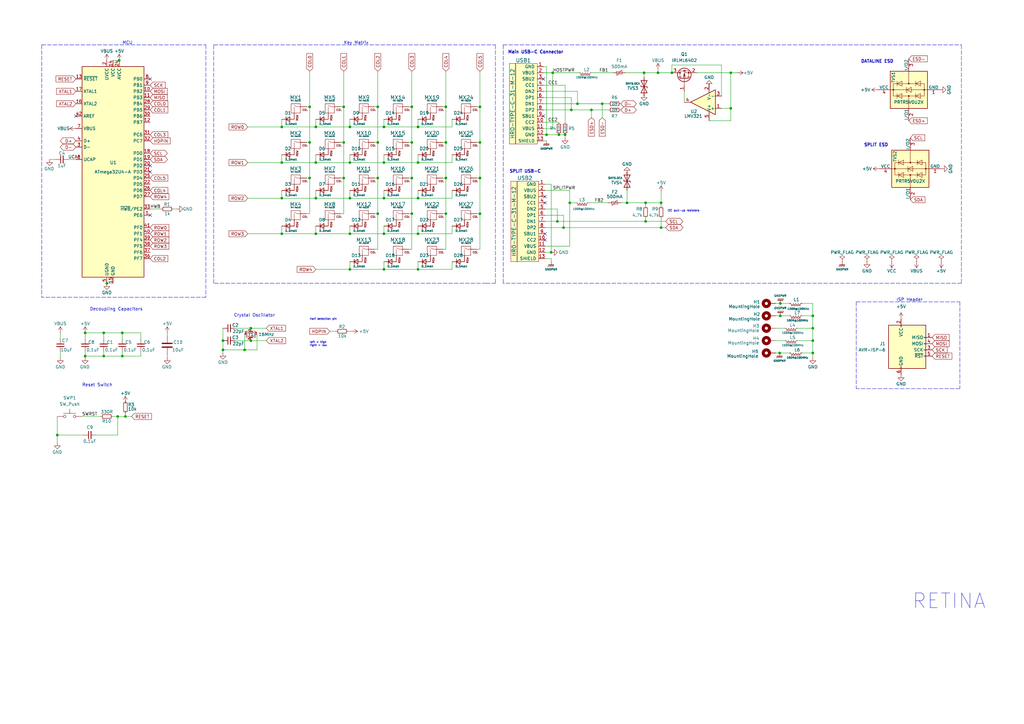
<source format=kicad_sch>
(kicad_sch (version 20211123) (generator eeschema)
  (paper "A3")
  (title_block (title "retina") (rev "0.5"))
  (junction (at 154.94 58.42))
  (junction (at 182.88 73.025))
  (junction (at 333.375 144.78))
  (junction (at 115.57 66.675))
  (junction (at 229.235 55.245))
  (junction (at 91.44 143.51))
  (junction (at 154.94 43.815))
  (junction (at 182.88 87.63))
  (junction (at 333.375 129.54))
  (junction (at 257.175 83.185))
  (junction (at 171.45 81.28))
  (junction (at 182.88 58.42))
  (junction (at 100.33 143.51))
  (junction (at 171.45 52.07))
  (junction (at 42.545 146.05))
  (junction (at 91.44 139.7))
  (junction (at 226.695 29.845))
  (junction (at 115.57 81.28))
  (junction (at 127 43.815))
  (junction (at 50.165 136.525))
  (junction (at 231.775 55.245))
  (junction (at 196.85 43.815))
  (junction (at 264.16 29.845))
  (junction (at 271.145 93.345))
  (junction (at 196.85 73.025))
  (junction (at 271.145 83.185))
  (junction (at 129.54 66.675))
  (junction (at 157.48 95.885))
  (junction (at 154.94 73.025))
  (junction (at 127 73.025))
  (junction (at 236.855 42.545))
  (junction (at 319.7651 144.78))
  (junction (at 140.97 73.025))
  (junction (at 143.51 66.675))
  (junction (at 51.435 170.815))
  (junction (at 34.925 146.05))
  (junction (at 320.04 124.46))
  (junction (at 228.6 90.805))
  (junction (at 129.54 52.07))
  (junction (at 224.155 55.245))
  (junction (at 231.14 93.345))
  (junction (at 275.59 29.845))
  (junction (at 171.45 66.675))
  (junction (at 299.72 29.845))
  (junction (at 154.94 87.63))
  (junction (at 115.57 52.07))
  (junction (at 196.85 58.42))
  (junction (at 43.815 116.205))
  (junction (at 233.68 83.185))
  (junction (at 140.97 43.815))
  (junction (at 34.925 136.525))
  (junction (at 168.91 43.815))
  (junction (at 242.57 45.085))
  (junction (at 23.495 178.435))
  (junction (at 171.45 110.49))
  (junction (at 247.015 42.545))
  (junction (at 102.87 134.62))
  (junction (at 129.54 81.28))
  (junction (at 143.51 110.49))
  (junction (at 50.165 146.05))
  (junction (at 264.795 90.805))
  (junction (at 333.375 139.7))
  (junction (at 157.48 52.07))
  (junction (at 127 58.42))
  (junction (at 182.88 43.815))
  (junction (at 168.91 87.63))
  (junction (at 320.04 129.54))
  (junction (at 48.26 170.815))
  (junction (at 143.51 52.07))
  (junction (at 171.45 95.885))
  (junction (at 269.875 29.845))
  (junction (at 115.57 95.885))
  (junction (at 333.375 134.62))
  (junction (at 48.895 24.765))
  (junction (at 264.795 83.185))
  (junction (at 140.97 58.42))
  (junction (at 157.48 81.28))
  (junction (at 143.51 95.885))
  (junction (at 299.72 44.45))
  (junction (at 168.91 58.42))
  (junction (at 129.54 95.885))
  (junction (at 157.48 66.675))
  (junction (at 42.545 136.525))
  (junction (at 157.48 110.49))
  (junction (at 196.85 87.63))
  (junction (at 226.06 103.505))
  (junction (at 168.91 73.025))
  (junction (at 143.51 81.28))
  (junction (at 234.315 45.085))
  (junction (at 102.87 139.7))
  (no_connect (at 222.885 47.625))
  (no_connect (at 61.595 32.385))
  (no_connect (at 61.595 67.945))
  (no_connect (at 61.595 70.485))
  (no_connect (at 61.595 88.265))
  (no_connect (at 222.885 32.385))
  (no_connect (at 31.115 47.625))
  (no_connect (at 223.52 95.885))
  (no_connect (at 223.52 83.185))
  (no_connect (at 223.52 80.645))
  (no_connect (at 223.52 98.425))
  (wire (pts (xy 24.765 136.525) (xy 24.765 139.065)))
  (wire (pts (xy 223.52 75.565) (xy 226.06 75.565)))
  (wire (pts (xy 264.16 31.75) (xy 264.16 29.845)))
  (wire (pts (xy 115.57 81.28) (xy 129.54 81.28)))
  (wire (pts (xy 71.12 85.725) (xy 72.39 85.725)))
  (wire (pts (xy 257.175 71.12) (xy 257.175 70.485)))
  (wire (pts (xy 139.7 73.025) (xy 140.97 73.025)))
  (wire (pts (xy 171.45 66.675) (xy 185.42 66.675)))
  (wire (pts (xy 223.52 93.345) (xy 231.14 93.345)))
  (wire (pts (xy 280.67 37.465) (xy 280.67 41.91)))
  (wire (pts (xy 102.87 139.7) (xy 109.22 139.7)))
  (wire (pts (xy 318.135 144.78) (xy 319.7651 144.78)))
  (wire (pts (xy 333.375 129.54) (xy 333.375 134.62)))
  (wire (pts (xy 299.72 29.845) (xy 285.75 29.845)))
  (wire (pts (xy 320.04 129.54) (xy 323.85 129.54)))
  (wire (pts (xy 171.45 48.895) (xy 171.45 52.07)))
  (wire (pts (xy 226.695 29.845) (xy 226.695 52.705)))
  (wire (pts (xy 185.42 92.71) (xy 185.42 95.885)))
  (wire (pts (xy 236.855 42.545) (xy 247.015 42.545)))
  (wire (pts (xy 168.91 29.21) (xy 168.91 43.815)))
  (wire (pts (xy 125.73 58.42) (xy 127 58.42)))
  (wire (pts (xy 182.88 73.025) (xy 182.88 87.63)))
  (wire (pts (xy 127 43.815) (xy 127 58.42)))
  (wire (pts (xy 167.64 102.235) (xy 168.91 102.235)))
  (wire (pts (xy 129.54 92.71) (xy 129.54 95.885)))
  (wire (pts (xy 242.57 45.085) (xy 242.57 48.26)))
  (wire (pts (xy 236.855 42.545) (xy 222.885 42.545)))
  (wire (pts (xy 223.52 85.725) (xy 228.6 85.725)))
  (wire (pts (xy 328.93 129.54) (xy 333.375 129.54)))
  (wire (pts (xy 48.26 170.815) (xy 48.26 178.435)))
  (wire (pts (xy 100.33 143.51) (xy 105.41 143.51)))
  (wire (pts (xy 236.855 37.465) (xy 236.855 42.545)))
  (wire (pts (xy 171.45 52.07) (xy 185.42 52.07)))
  (wire (pts (xy 228.6 90.805) (xy 264.795 90.805)))
  (wire (pts (xy 50.165 146.05) (xy 50.165 144.145)))
  (wire (pts (xy 154.94 29.21) (xy 154.94 43.815)))
  (wire (pts (xy 195.58 43.815) (xy 196.85 43.815)))
  (wire (pts (xy 196.85 29.21) (xy 196.85 43.815)))
  (wire (pts (xy 34.925 146.685) (xy 34.925 146.05)))
  (wire (pts (xy 295.91 39.37) (xy 295.91 26.67)))
  (wire (pts (xy 140.97 29.21) (xy 140.97 43.815)))
  (wire (pts (xy 185.42 48.895) (xy 185.42 52.07)))
  (polyline (pts (xy 84.455 121.92) (xy 17.145 121.92)))
  (wire (pts (xy 299.72 29.845) (xy 302.26 29.845)))
  (wire (pts (xy 185.42 107.315) (xy 185.42 110.49)))
  (wire (pts (xy 171.45 78.105) (xy 171.45 81.28)))
  (wire (pts (xy 51.435 164.465) (xy 51.435 165.1)))
  (wire (pts (xy 168.91 73.025) (xy 168.91 87.63)))
  (polyline (pts (xy 203.2 18.415) (xy 203.2 116.205)))
  (wire (pts (xy 327.025 134.62) (xy 333.375 134.62)))
  (wire (pts (xy 168.91 87.63) (xy 168.91 102.235)))
  (wire (pts (xy 153.67 87.63) (xy 154.94 87.63)))
  (wire (pts (xy 181.61 73.025) (xy 182.88 73.025)))
  (wire (pts (xy 153.67 58.42) (xy 154.94 58.42)))
  (wire (pts (xy 129.54 78.105) (xy 129.54 81.28)))
  (wire (pts (xy 234.315 45.085) (xy 242.57 45.085)))
  (polyline (pts (xy 199.39 116.205) (xy 87.63 116.205)))
  (wire (pts (xy 333.375 124.46) (xy 333.375 129.54)))
  (wire (pts (xy 48.26 170.815) (xy 51.435 170.815)))
  (wire (pts (xy 327.025 139.7) (xy 333.375 139.7)))
  (wire (pts (xy 264.795 83.185) (xy 271.145 83.185)))
  (wire (pts (xy 42.545 146.05) (xy 42.545 144.145)))
  (wire (pts (xy 42.545 136.525) (xy 42.545 139.065)))
  (wire (pts (xy 171.45 63.5) (xy 171.45 66.675)))
  (wire (pts (xy 264.795 90.805) (xy 273.05 90.805)))
  (wire (pts (xy 295.91 26.67) (xy 275.59 26.67)))
  (wire (pts (xy 264.795 84.455) (xy 264.795 83.185)))
  (wire (pts (xy 61.595 85.725) (xy 66.04 85.725)))
  (wire (pts (xy 143.51 48.895) (xy 143.51 52.07)))
  (wire (pts (xy 222.885 37.465) (xy 236.855 37.465)))
  (wire (pts (xy 195.58 58.42) (xy 196.85 58.42)))
  (wire (pts (xy 171.45 92.71) (xy 171.45 95.885)))
  (wire (pts (xy 157.48 81.28) (xy 171.45 81.28)))
  (polyline (pts (xy 17.145 18.415) (xy 17.145 121.92)))
  (wire (pts (xy 102.87 134.62) (xy 109.22 134.62)))
  (wire (pts (xy 140.97 43.815) (xy 140.97 58.42)))
  (wire (pts (xy 129.54 52.07) (xy 143.51 52.07)))
  (wire (pts (xy 154.94 58.42) (xy 154.94 73.025)))
  (wire (pts (xy 226.06 75.565) (xy 226.06 103.505)))
  (wire (pts (xy 264.16 29.845) (xy 269.875 29.845)))
  (wire (pts (xy 68.58 136.525) (xy 68.58 137.795)))
  (wire (pts (xy 257.175 78.105) (xy 257.175 83.185)))
  (wire (pts (xy 229.235 55.245) (xy 231.775 55.245)))
  (wire (pts (xy 115.57 78.105) (xy 115.57 81.28)))
  (polyline (pts (xy 394.335 18.415) (xy 394.335 116.205)))
  (wire (pts (xy 143.51 52.07) (xy 157.48 52.07)))
  (polyline (pts (xy 199.39 116.205) (xy 203.2 116.205)))
  (wire (pts (xy 154.94 87.63) (xy 154.94 102.235)))
  (polyline (pts (xy 206.375 18.415) (xy 206.375 116.205)))
  (wire (pts (xy 319.7651 144.78) (xy 323.85 144.78)))
  (wire (pts (xy 34.925 146.05) (xy 34.925 144.145)))
  (wire (pts (xy 247.015 42.545) (xy 249.555 42.545)))
  (wire (pts (xy 223.52 90.805) (xy 228.6 90.805)))
  (wire (pts (xy 105.41 137.16) (xy 105.41 143.51)))
  (wire (pts (xy 223.52 78.105) (xy 233.68 78.105)))
  (wire (pts (xy 181.61 58.42) (xy 182.88 58.42)))
  (wire (pts (xy 143.51 95.885) (xy 157.48 95.885)))
  (wire (pts (xy 295.91 44.45) (xy 299.72 44.45)))
  (wire (pts (xy 195.58 73.025) (xy 196.85 73.025)))
  (wire (pts (xy 115.57 95.885) (xy 129.54 95.885)))
  (wire (pts (xy 34.925 136.525) (xy 34.925 139.065)))
  (wire (pts (xy 168.91 43.815) (xy 168.91 58.42)))
  (wire (pts (xy 223.52 100.965) (xy 233.68 100.965)))
  (wire (pts (xy 127 58.42) (xy 127 73.025)))
  (wire (pts (xy 157.48 52.07) (xy 171.45 52.07)))
  (wire (pts (xy 185.42 63.5) (xy 185.42 66.675)))
  (wire (pts (xy 157.48 107.315) (xy 157.48 110.49)))
  (wire (pts (xy 115.57 92.71) (xy 115.57 95.885)))
  (polyline (pts (xy 393.7 123.825) (xy 393.7 159.385)))
  (wire (pts (xy 42.545 146.05) (xy 50.165 146.05)))
  (wire (pts (xy 224.155 27.305) (xy 224.155 55.245)))
  (wire (pts (xy 167.64 87.63) (xy 168.91 87.63)))
  (wire (pts (xy 233.68 83.185) (xy 236.22 83.185)))
  (wire (pts (xy 143.51 63.5) (xy 143.51 66.675)))
  (wire (pts (xy 101.6 52.07) (xy 115.57 52.07)))
  (wire (pts (xy 46.355 170.815) (xy 48.26 170.815)))
  (polyline (pts (xy 206.375 18.415) (xy 394.335 18.415)))
  (wire (pts (xy 223.52 106.045) (xy 226.06 106.045)))
  (wire (pts (xy 167.64 43.815) (xy 168.91 43.815)))
  (wire (pts (xy 24.765 146.685) (xy 24.765 144.145)))
  (wire (pts (xy 223.52 88.265) (xy 231.14 88.265)))
  (wire (pts (xy 143.51 107.315) (xy 143.51 110.49)))
  (wire (pts (xy 247.015 42.545) (xy 247.015 48.26)))
  (wire (pts (xy 275.59 26.67) (xy 275.59 29.845)))
  (wire (pts (xy 50.165 136.525) (xy 57.785 136.525)))
  (wire (pts (xy 256.54 29.845) (xy 264.16 29.845)))
  (wire (pts (xy 139.7 87.63) (xy 140.97 87.63)))
  (wire (pts (xy 68.58 146.685) (xy 68.58 145.415)))
  (wire (pts (xy 129.54 110.49) (xy 143.51 110.49)))
  (polyline (pts (xy 84.455 18.415) (xy 84.455 121.92)))
  (wire (pts (xy 224.155 55.245) (xy 222.885 55.245)))
  (wire (pts (xy 115.57 66.675) (xy 129.54 66.675)))
  (wire (pts (xy 167.64 73.025) (xy 168.91 73.025)))
  (wire (pts (xy 222.885 57.785) (xy 224.155 57.785)))
  (wire (pts (xy 171.45 107.315) (xy 171.45 110.49)))
  (wire (pts (xy 129.54 81.28) (xy 143.51 81.28)))
  (wire (pts (xy 154.94 73.025) (xy 154.94 87.63)))
  (wire (pts (xy 271.145 83.185) (xy 271.145 84.455)))
  (wire (pts (xy 271.145 93.345) (xy 273.05 93.345)))
  (wire (pts (xy 222.885 45.085) (xy 234.315 45.085)))
  (wire (pts (xy 226.06 106.045) (xy 226.06 107.315)))
  (wire (pts (xy 181.61 43.815) (xy 182.88 43.815)))
  (wire (pts (xy 91.44 134.62) (xy 91.44 139.7)))
  (wire (pts (xy 223.52 103.505) (xy 226.06 103.505)))
  (wire (pts (xy 328.93 144.78) (xy 333.375 144.78)))
  (wire (pts (xy 96.52 134.62) (xy 102.87 134.62)))
  (wire (pts (xy 115.57 63.5) (xy 115.57 66.675)))
  (wire (pts (xy 318.135 134.62) (xy 321.945 134.62)))
  (wire (pts (xy 153.67 102.235) (xy 154.94 102.235)))
  (wire (pts (xy 241.3 83.185) (xy 249.555 83.185)))
  (wire (pts (xy 228.6 85.725) (xy 228.6 90.805)))
  (wire (pts (xy 127 73.025) (xy 127 87.63)))
  (wire (pts (xy 222.885 50.165) (xy 229.235 50.165)))
  (wire (pts (xy 34.925 146.05) (xy 42.545 146.05)))
  (wire (pts (xy 318.135 129.54) (xy 320.04 129.54)))
  (polyline (pts (xy 87.63 116.205) (xy 87.63 18.415)))
  (wire (pts (xy 23.495 178.435) (xy 34.29 178.435)))
  (wire (pts (xy 125.73 43.815) (xy 127 43.815)))
  (wire (pts (xy 143.51 78.105) (xy 143.51 81.28)))
  (wire (pts (xy 182.88 87.63) (xy 182.88 102.235)))
  (wire (pts (xy 231.14 93.345) (xy 271.145 93.345)))
  (wire (pts (xy 171.45 81.28) (xy 185.42 81.28)))
  (wire (pts (xy 226.695 29.845) (xy 237.49 29.845)))
  (wire (pts (xy 171.45 110.49) (xy 185.42 110.49)))
  (wire (pts (xy 57.785 136.525) (xy 57.785 139.065)))
  (wire (pts (xy 333.375 139.7) (xy 333.375 144.78)))
  (wire (pts (xy 185.42 78.105) (xy 185.42 81.28)))
  (wire (pts (xy 129.54 66.675) (xy 143.51 66.675)))
  (wire (pts (xy 171.45 95.885) (xy 185.42 95.885)))
  (wire (pts (xy 91.44 143.51) (xy 100.33 143.51)))
  (wire (pts (xy 142.875 135.89) (xy 144.145 135.89)))
  (wire (pts (xy 226.695 52.705) (xy 222.885 52.705)))
  (wire (pts (xy 290.83 49.53) (xy 299.72 49.53)))
  (wire (pts (xy 23.495 170.815) (xy 23.495 178.435)))
  (wire (pts (xy 153.67 43.815) (xy 154.94 43.815)))
  (wire (pts (xy 182.88 58.42) (xy 182.88 73.025)))
  (wire (pts (xy 157.48 48.895) (xy 157.48 52.07)))
  (wire (pts (xy 242.57 45.085) (xy 249.555 45.085)))
  (wire (pts (xy 195.58 102.235) (xy 196.85 102.235)))
  (wire (pts (xy 196.85 58.42) (xy 196.85 73.025)))
  (wire (pts (xy 153.67 73.025) (xy 154.94 73.025)))
  (wire (pts (xy 196.85 87.63) (xy 196.85 102.235)))
  (wire (pts (xy 50.165 146.05) (xy 57.785 146.05)))
  (wire (pts (xy 257.175 83.185) (xy 264.795 83.185)))
  (wire (pts (xy 269.875 29.845) (xy 275.59 29.845)))
  (wire (pts (xy 96.52 139.7) (xy 102.87 139.7)))
  (wire (pts (xy 157.48 110.49) (xy 171.45 110.49)))
  (wire (pts (xy 57.785 146.05) (xy 57.785 144.145)))
  (wire (pts (xy 23.495 178.435) (xy 23.495 181.61)))
  (wire (pts (xy 125.73 73.025) (xy 127 73.025)))
  (wire (pts (xy 181.61 87.63) (xy 182.88 87.63)))
  (wire (pts (xy 115.57 48.895) (xy 115.57 52.07)))
  (wire (pts (xy 51.435 170.815) (xy 53.975 170.815)))
  (polyline (pts (xy 87.63 18.415) (xy 203.2 18.415)))
  (wire (pts (xy 39.37 178.435) (xy 48.26 178.435)))
  (wire (pts (xy 143.51 92.71) (xy 143.51 95.885)))
  (wire (pts (xy 264.16 38.735) (xy 264.16 39.37)))
  (wire (pts (xy 168.91 58.42) (xy 168.91 73.025)))
  (wire (pts (xy 140.97 58.42) (xy 140.97 73.025)))
  (wire (pts (xy 46.355 24.765) (xy 48.895 24.765)))
  (wire (pts (xy 318.135 139.7) (xy 321.945 139.7)))
  (wire (pts (xy 51.435 169.545) (xy 51.435 170.815)))
  (wire (pts (xy 231.775 34.925) (xy 231.775 50.165)))
  (wire (pts (xy 222.885 34.925) (xy 231.775 34.925)))
  (wire (pts (xy 224.155 55.245) (xy 229.235 55.245)))
  (wire (pts (xy 299.72 44.45) (xy 299.72 29.845)))
  (wire (pts (xy 290.83 35.56) (xy 290.83 34.29)))
  (wire (pts (xy 125.73 87.63) (xy 127 87.63)))
  (wire (pts (xy 50.165 136.525) (xy 50.165 139.065)))
  (wire (pts (xy 182.88 43.815) (xy 182.88 58.42)))
  (wire (pts (xy 101.6 81.28) (xy 115.57 81.28)))
  (wire (pts (xy 233.68 83.185) (xy 233.68 78.105)))
  (wire (pts (xy 182.88 29.21) (xy 182.88 43.815)))
  (wire (pts (xy 233.68 100.965) (xy 233.68 83.185)))
  (wire (pts (xy 271.145 78.74) (xy 271.145 83.185)))
  (wire (pts (xy 91.44 139.7) (xy 91.44 143.51)))
  (wire (pts (xy 154.94 43.815) (xy 154.94 58.42)))
  (wire (pts (xy 140.97 73.025) (xy 140.97 87.63)))
  (wire (pts (xy 196.85 43.815) (xy 196.85 58.42)))
  (wire (pts (xy 129.54 95.885) (xy 143.51 95.885)))
  (wire (pts (xy 328.93 124.46) (xy 333.375 124.46)))
  (wire (pts (xy 195.58 87.63) (xy 196.85 87.63)))
  (wire (pts (xy 129.54 63.5) (xy 129.54 66.675)))
  (wire (pts (xy 157.48 66.675) (xy 171.45 66.675)))
  (wire (pts (xy 27.94 65.405) (xy 31.115 65.405)))
  (wire (pts (xy 167.64 58.42) (xy 168.91 58.42)))
  (wire (pts (xy 91.44 143.51) (xy 91.44 144.78)))
  (wire (pts (xy 196.85 73.025) (xy 196.85 87.63)))
  (wire (pts (xy 231.14 88.265) (xy 231.14 93.345)))
  (wire (pts (xy 226.695 29.845) (xy 222.885 29.845)))
  (wire (pts (xy 264.795 89.535) (xy 264.795 90.805)))
  (wire (pts (xy 318.135 124.46) (xy 320.04 124.46)))
  (polyline (pts (xy 393.7 159.385) (xy 351.155 159.385)))
  (wire (pts (xy 181.61 102.235) (xy 182.88 102.235)))
  (wire (pts (xy 222.885 40.005) (xy 234.315 40.005)))
  (polyline (pts (xy 17.145 18.415) (xy 84.455 18.415)))
  (wire (pts (xy 22.86 65.405) (xy 20.32 65.405)))
  (wire (pts (xy 139.7 58.42) (xy 140.97 58.42)))
  (wire (pts (xy 157.48 92.71) (xy 157.48 95.885)))
  (wire (pts (xy 34.925 136.525) (xy 42.545 136.525)))
  (wire (pts (xy 139.7 43.815) (xy 140.97 43.815)))
  (wire (pts (xy 43.815 116.205) (xy 46.355 116.205)))
  (wire (pts (xy 129.54 48.895) (xy 129.54 52.07)))
  (wire (pts (xy 234.315 40.005) (xy 234.315 45.085)))
  (wire (pts (xy 101.6 95.885) (xy 115.57 95.885)))
  (wire (pts (xy 242.57 29.845) (xy 251.46 29.845)))
  (wire (pts (xy 222.885 27.305) (xy 224.155 27.305)))
  (polyline (pts (xy 351.155 123.825) (xy 393.7 123.825)))
  (wire (pts (xy 143.51 81.28) (xy 157.48 81.28)))
  (wire (pts (xy 157.48 63.5) (xy 157.48 66.675)))
  (wire (pts (xy 271.145 89.535) (xy 271.145 93.345)))
  (wire (pts (xy 143.51 110.49) (xy 157.48 110.49)))
  (wire (pts (xy 254.635 83.185) (xy 257.175 83.185)))
  (wire (pts (xy 299.72 49.53) (xy 299.72 44.45)))
  (wire (pts (xy 143.51 66.675) (xy 157.48 66.675)))
  (wire (pts (xy 269.875 28.575) (xy 269.875 29.845)))
  (wire (pts (xy 101.6 66.675) (xy 115.57 66.675)))
  (wire (pts (xy 127 29.21) (xy 127 43.815)))
  (polyline (pts (xy 351.155 123.825) (xy 351.155 159.385)))
  (wire (pts (xy 157.48 95.885) (xy 171.45 95.885)))
  (wire (pts (xy 231.775 55.245) (xy 231.775 56.515)))
  (wire (pts (xy 41.275 170.815) (xy 33.655 170.815)))
  (wire (pts (xy 333.375 134.62) (xy 333.375 139.7)))
  (wire (pts (xy 320.04 124.46) (xy 323.85 124.46)))
  (wire (pts (xy 157.48 78.105) (xy 157.48 81.28)))
  (wire (pts (xy 115.57 52.07) (xy 129.54 52.07)))
  (wire (pts (xy 135.255 135.89) (xy 137.795 135.89)))
  (polyline (pts (xy 394.335 116.205) (xy 206.375 116.205)))
  (wire (pts (xy 42.545 136.525) (xy 50.165 136.525)))
  (wire (pts (xy 100.33 137.16) (xy 100.33 143.51)))
  (wire (pts (xy 333.375 146.685) (xy 333.375 144.78)))
  (text "Reset Switch" (at 33.655 158.75 0) (effects (font (size 1.27 1.27)) (justify left bottom)))
  (text "MCU" (at 50.165 18.415 0) (effects (font (size 1.27 1.27)) (justify left bottom)))
  (text "SPLIT ESD" (at 354.33 60.325 0) (effects (font (size 1.27 1.27) (thickness 0.254) bold) (justify left bottom)))
  (text "DATALINE ESD" (at 353.06 26.035 0) (effects (font (size 1.27 1.27) (thickness 0.254) bold) (justify left bottom)))
  (text "Crystal Oscillator" (at 95.885 130.175 0) (effects (font (size 1.27 1.27)) (justify left bottom)))
  (text "I2C pull-up resistors" (at 273.685 86.995 0) (effects (font (size 0.8 0.8)) (justify left bottom)))
  (text "left = high\nright = low" (at 127 142.24 0) (effects (font (size 0.8 0.8)) (justify left bottom)))
  (text "Half detection pin" (at 127 131.445 0) (effects (font (size 0.8 0.8)) (justify left bottom)))
  (text "Main USB-C Connector" (at 208.28 22.225 0) (effects (font (size 1.27 1.27) (thickness 0.254) bold) (justify left bottom)))
  (text "SPLIT USB-C" (at 208.915 71.12 0) (effects (font (size 1.27 1.27) (thickness 0.254) bold) (justify left bottom)))
  (text "Decoupling Capacitors" (at 36.83 127.635 0) (effects (font (size 1.27 1.27)) (justify left bottom)))
  (text "ISP Header" (at 367.665 123.825 0) (effects (font (size 1.27 1.27)) (justify left bottom)))
  (text "Key Matrix" (at 140.97 18.415 0) (effects (font (size 1.27 1.27)) (justify left bottom)))
  (text "RETINA" (at 374.015 250.19 0) (effects (font (size 6 6)) (justify left bottom)))
  (label "FB2" (at 243.84 83.185 0))
  (label "CC1" (at 224.79 34.925 0))
  (label "HOSTPWR" (at 226.695 29.845 0))
  (label "FB1" (at 245.745 29.845 0))
  (label "UCAP" (at 27.94 65.405 0))
  (label "SPLITPWR" (at 226.695 78.105 0))
  (label "CC2" (at 224.79 50.165 0))
  (label "HWB" (at 61.595 85.725 0))
  (label "SWRST" (at 33.655 170.815 0))
  (global_label "HDPIN" (shape input) (at 135.255 135.89 180) (property "Intersheet References" "${INTERSHEET_REFS}" (effects hide)))
  (global_label "SCL" (shape bidirectional) (at 61.595 62.865 0) (property "Intersheet References" "${INTERSHEET_REFS}" (effects hide)))
  (global_label "ESD+" (shape input) (at 372.745 49.53 0) (property "Intersheet References" "${INTERSHEET_REFS}" (effects hide)))
  (global_label "SCK" (shape input) (at 382.27 143.51 0) (property "Intersheet References" "${INTERSHEET_REFS}" (effects hide)))
  (global_label "SCK" (shape input) (at 61.595 34.925 0) (property "Intersheet References" "${INTERSHEET_REFS}" (effects hide)))
  (global_label "MISO" (shape input) (at 61.595 40.005 0) (property "Intersheet References" "${INTERSHEET_REFS}" (effects hide)))
  (global_label "XTAL1" (shape input) (at 31.115 37.465 180) (property "Intersheet References" "${INTERSHEET_REFS}" (effects hide)))
  (global_label "ROW1" (shape input) (at 101.6 66.675 180) (property "Intersheet References" "${INTERSHEET_REFS}" (effects hide)))
  (global_label "MOSI" (shape input) (at 382.27 140.97 0) (property "Intersheet References" "${INTERSHEET_REFS}" (effects hide)))
  (global_label "COL4" (shape input) (at 61.595 78.105 0) (property "Intersheet References" "${INTERSHEET_REFS}" (effects hide)))
  (global_label "COL1" (shape input) (at 61.595 45.085 0) (property "Intersheet References" "${INTERSHEET_REFS}" (effects hide)))
  (global_label "HDPIN" (shape input) (at 61.595 57.785 0) (property "Intersheet References" "${INTERSHEET_REFS}" (effects hide)))
  (global_label "ROW3" (shape input) (at 101.6 95.885 180) (property "Intersheet References" "${INTERSHEET_REFS}" (effects hide)))
  (global_label "COL0" (shape input) (at 127 29.21 90) (property "Intersheet References" "${INTERSHEET_REFS}" (effects hide)))
  (global_label "ROW0" (shape input) (at 61.595 93.345 0) (property "Intersheet References" "${INTERSHEET_REFS}" (effects hide)))
  (global_label "XTAL2" (shape input) (at 31.115 42.545 180) (property "Intersheet References" "${INTERSHEET_REFS}" (effects hide)))
  (global_label "ROW4" (shape input) (at 61.595 80.645 0) (property "Intersheet References" "${INTERSHEET_REFS}" (effects hide)))
  (global_label "COL1" (shape input) (at 140.97 29.21 90) (property "Intersheet References" "${INTERSHEET_REFS}" (effects hide)))
  (global_label "ROW2" (shape input) (at 101.6 81.28 180) (property "Intersheet References" "${INTERSHEET_REFS}" (effects hide)))
  (global_label "D+" (shape bidirectional) (at 31.115 57.785 180) (property "Intersheet References" "${INTERSHEET_REFS}" (effects hide)))
  (global_label "SDA" (shape bidirectional) (at 273.05 93.345 0) (property "Intersheet References" "${INTERSHEET_REFS}" (effects hide)))
  (global_label "COL5" (shape input) (at 196.85 29.21 90) (property "Intersheet References" "${INTERSHEET_REFS}" (effects hide)))
  (global_label "SCL" (shape input) (at 373.38 56.515 0) (property "Intersheet References" "${INTERSHEET_REFS}" (effects hide)))
  (global_label "COL0" (shape input) (at 61.595 42.545 0) (property "Intersheet References" "${INTERSHEET_REFS}" (effects hide)))
  (global_label "COL5" (shape input) (at 61.595 73.025 0) (property "Intersheet References" "${INTERSHEET_REFS}" (effects hide)))
  (global_label "COL4" (shape input) (at 182.88 29.21 90) (property "Intersheet References" "${INTERSHEET_REFS}" (effects hide)))
  (global_label "MISO" (shape input) (at 382.27 138.43 0) (property "Intersheet References" "${INTERSHEET_REFS}" (effects hide)))
  (global_label "MOSI" (shape input) (at 61.595 37.465 0) (property "Intersheet References" "${INTERSHEET_REFS}" (effects hide)))
  (global_label "ESD+" (shape input) (at 242.57 48.26 270) (property "Intersheet References" "${INTERSHEET_REFS}" (effects hide)))
  (global_label "RESET" (shape input) (at 382.27 146.05 0) (property "Intersheet References" "${INTERSHEET_REFS}" (effects hide)))
  (global_label "RESET" (shape input) (at 31.115 32.385 180) (property "Intersheet References" "${INTERSHEET_REFS}" (effects hide)))
  (global_label "D-" (shape bidirectional) (at 31.115 60.325 180) (property "Intersheet References" "${INTERSHEET_REFS}" (effects hide)))
  (global_label "D-" (shape bidirectional) (at 254.635 42.545 0) (property "Intersheet References" "${INTERSHEET_REFS}" (effects hide)))
  (global_label "D+" (shape bidirectional) (at 254.635 45.085 0) (property "Intersheet References" "${INTERSHEET_REFS}" (effects hide)))
  (global_label "XTAL1" (shape input) (at 109.22 134.62 0) (property "Intersheet References" "${INTERSHEET_REFS}" (effects hide)))
  (global_label "ESD-" (shape input) (at 247.015 48.26 270) (property "Intersheet References" "${INTERSHEET_REFS}" (effects hide)))
  (global_label "SCL" (shape bidirectional) (at 273.05 90.805 0) (property "Intersheet References" "${INTERSHEET_REFS}" (effects hide)))
  (global_label "ESD-" (shape input) (at 372.745 24.13 0) (property "Intersheet References" "${INTERSHEET_REFS}" (effects hide)))
  (global_label "COL3" (shape input) (at 61.595 55.245 0) (property "Intersheet References" "${INTERSHEET_REFS}" (effects hide)))
  (global_label "XTAL2" (shape input) (at 109.22 139.7 0) (property "Intersheet References" "${INTERSHEET_REFS}" (effects hide)))
  (global_label "COL3" (shape input) (at 168.91 29.21 90) (property "Intersheet References" "${INTERSHEET_REFS}" (effects hide)))
  (global_label "ROW2" (shape input) (at 61.595 98.425 0) (property "Intersheet References" "${INTERSHEET_REFS}" (effects hide)))
  (global_label "ROW0" (shape input) (at 101.6 52.07 180) (property "Intersheet References" "${INTERSHEET_REFS}" (effects hide)))
  (global_label "COL2" (shape input) (at 61.595 106.045 0) (property "Intersheet References" "${INTERSHEET_REFS}" (effects hide)))
  (global_label "SDA" (shape bidirectional) (at 61.595 65.405 0) (property "Intersheet References" "${INTERSHEET_REFS}" (effects hide)))
  (global_label "ROW1" (shape input) (at 61.595 95.885 0) (property "Intersheet References" "${INTERSHEET_REFS}" (effects hide)))
  (global_label "ROW4" (shape input) (at 129.54 110.49 180) (property "Intersheet References" "${INTERSHEET_REFS}" (effects hide)))
  (global_label "COL2" (shape input) (at 154.94 29.21 90) (property "Intersheet References" "${INTERSHEET_REFS}" (effects hide)))
  (global_label "SDA" (shape input) (at 373.38 81.915 0) (property "Intersheet References" "${INTERSHEET_REFS}" (effects hide)))
  (global_label "ROW3" (shape input) (at 61.595 100.965 0) (property "Intersheet References" "${INTERSHEET_REFS}" (effects hide)))
  (global_label "RESET" (shape input) (at 53.975 170.815 0) (property "Intersheet References" "${INTERSHEET_REFS}" (effects hide)))
  (symbol (lib_id "MX_Alps_Hybrid:MX-NoLED") (at 149.86 74.295 0) (unit 1)
    (property "Reference" "MX11" (at 149.225 69.215 0) (effects (font (size 1.524 1.524))))
    (property "Value" "MX-NoLED" (at 149.225 70.485 0) (effects (font (size 0.508 0.508))))
    (property "Footprint" "puffy:MXOnly-1U-Hotswap" (effects hide))
  )
  (symbol (lib_id "MX_Alps_Hybrid:MX-NoLED") (at 191.77 45.085 0) (unit 1)
    (property "Reference" "MX24" (at 191.135 40.005 0) (effects (font (size 1.524 1.524))))
    (property "Value" "MX-NoLED" (at 191.135 41.275 0) (effects (font (size 0.508 0.508))))
    (property "Footprint" "puffy:MXOnly-1U-Hotswap" (effects hide))
  )
  (symbol (lib_id "Device:D_Small") (at 118.11 48.895 0) (unit 1)
    (property "Reference" "D1" (at 118.11 46.355 0))
    (property "Value" "D_Small" (at 119.38 50.8 0) (effects (font (size 0.8 0.8))))
    (property "Footprint" "puffy:D_DO-35_SOD27_P7.62mm" (effects hide))
  )
  (symbol (lib_id "Device:C_Small") (at 50.165 141.605 180) (unit 1)
    (property "Reference" "C5" (at 52.705 140.335 0))
    (property "Value" "0.1uF" (at 53.34 143.51 0))
    (property "Footprint" "Capacitor_SMD:C_0805_2012Metric_Pad1.18x1.45mm_HandSolder" (effects hide))
  )
  (symbol (lib_id "Amplifier_Operational:LMV321") (at 288.29 41.91 180) (unit 1)
    (property "Reference" "U2" (at 283.21 45.72 0) (effects (justify right)))
    (property "Value" "LMV321" (at 280.67 47.625 0) (effects (justify right)))
    (property "Footprint" "Package_TO_SOT_SMD:SOT-23-5_HandSoldering" (effects hide))
    (property "Datasheet" "http://www.ti.com/lit/ds/symlink/lmv324.pdf" (effects hide))
  )
  (symbol (lib_id "MX_Alps_Hybrid:MX-NoLED") (at 163.83 59.69 0) (unit 1)
    (property "Reference" "MX15" (at 163.195 54.61 0) (effects (font (size 1.524 1.524))))
    (property "Value" "MX-NoLED" (at 163.195 55.88 0) (effects (font (size 0.508 0.508))))
    (property "Footprint" "puffy:MXOnly-1U-Hotswap" (effects hide))
  )
  (symbol (lib_id "Power_Protection:PRTR5V0U2X") (at 372.745 36.83 90) (unit 1)
    (property "Reference" "TVS1" (at 366.395 31.75 0))
    (property "Value" "PRTR5V0U2X" (at 372.745 41.91 90))
    (property "Footprint" "Package_TO_SOT_SMD:SOT-143" (effects hide))
    (property "Datasheet" "https://assets.nexperia.com/documents/data-sheet/PRTR5V0U2X.pdf" (effects hide))
  )
  (symbol (lib_id "Device:R_Small") (at 252.095 42.545 90) (unit 1)
    (property "Reference" "R6" (at 253.365 40.005 90) (effects (justify left)))
    (property "Value" "22R" (at 253.365 42.545 90) (effects (font (size 0.8 0.8)) (justify left)))
    (property "Footprint" "Resistor_SMD:R_0805_2012Metric_Pad1.20x1.40mm_HandSolder" (effects hide))
  )
  (symbol (lib_id "MX_Alps_Hybrid:MX-NoLED") (at 163.83 45.085 0) (unit 1)
    (property "Reference" "MX14" (at 163.195 40.005 0) (effects (font (size 1.524 1.524))))
    (property "Value" "MX-NoLED" (at 163.195 41.275 0) (effects (font (size 0.508 0.508))))
    (property "Footprint" "puffy:MXOnly-1U-Hotswap" (effects hide))
  )
  (symbol (lib_id "power:VBUS") (at 43.815 24.765 0) (unit 1)
    (property "Reference" "#PWR06" (effects hide))
    (property "Value" "VBUS" (at 43.815 20.955 0))
  )
  (symbol (lib_id "MX_Alps_Hybrid:MX-NoLED") (at 177.8 74.295 0) (unit 1)
    (property "Reference" "MX21" (at 177.165 69.215 0) (effects (font (size 1.524 1.524))))
    (property "Value" "MX-NoLED" (at 177.165 70.485 0) (effects (font (size 0.508 0.508))))
    (property "Footprint" "puffy:MXOnly-1U-Hotswap" (effects hide))
  )
  (symbol (lib_id "Device:D_Small") (at 187.96 78.105 0) (unit 1)
    (property "Reference" "D26" (at 187.96 75.565 0))
    (property "Value" "D_Small" (at 189.23 80.01 0) (effects (font (size 0.8 0.8))))
    (property "Footprint" "puffy:D_DO-35_SOD27_P7.62mm" (effects hide))
  )
  (symbol (lib_id "Device:C_Small") (at 36.83 178.435 90) (unit 1)
    (property "Reference" "C9" (at 36.83 175.26 90))
    (property "Value" "0.1uF" (at 36.83 180.975 90))
    (property "Footprint" "Capacitor_SMD:C_0805_2012Metric_Pad1.18x1.45mm_HandSolder" (effects hide))
  )
  (symbol (lib_id "Device:D_Small") (at 118.11 92.71 0) (unit 1)
    (property "Reference" "D4" (at 118.11 90.17 0))
    (property "Value" "D_Small" (at 119.38 94.615 0) (effects (font (size 0.8 0.8))))
    (property "Footprint" "puffy:D_DO-35_SOD27_P7.62mm" (effects hide))
  )
  (symbol (lib_id "Device:L_Ferrite_Small") (at 326.39 129.54 270) (unit 1)
    (property "Reference" "L7" (at 325.755 128.27 90) (effects (justify left)))
    (property "Value" "100R@100MHz" (at 322.58 131.445 90) (effects (font (size 0.8 0.8)) (justify left)))
    (property "Footprint" "Inductor_SMD:L_0805_2012Metric_Pad1.05x1.20mm_HandSolder" (effects hide))
  )
  (symbol (lib_id "Device:Polyfuse_Small") (at 252.095 83.185 90) (unit 1)
    (property "Reference" "F2" (at 252.095 78.74 90))
    (property "Value" "500mA" (at 252.095 80.645 90))
    (property "Footprint" "Fuse:Fuse_1206_3216Metric_Pad1.42x1.75mm_HandSolder" (effects hide))
  )
  (symbol (lib_id "Device:L_Ferrite_Small") (at 324.485 139.7 270) (unit 1)
    (property "Reference" "L5" (at 323.85 138.43 90) (effects (justify left)))
    (property "Value" "100R@100MHz" (at 320.675 141.605 90) (effects (font (size 0.8 0.8)) (justify left)))
    (property "Footprint" "Inductor_SMD:L_0805_2012Metric_Pad1.05x1.20mm_HandSolder" (effects hide))
  )
  (symbol (lib_id "power:GNDPWR") (at 320.04 129.54 180) (unit 1)
    (property "Reference" "#PWR021" (effects hide))
    (property "Value" "GNDPWR" (at 320.04 126.365 0) (effects (font (size 0.8 0.8))))
  )
  (symbol (lib_id "power:GND") (at 34.925 146.685 0) (unit 1)
    (property "Reference" "#PWR02" (effects hide))
    (property "Value" "GND" (at 36.83 150.495 0) (effects (justify right)))
  )
  (symbol (lib_id "power:VBUS") (at 269.875 28.575 0) (unit 1)
    (property "Reference" "#PWR0108" (effects hide))
    (property "Value" "VBUS" (at 269.875 24.765 0))
  )
  (symbol (lib_id "power:PWR_FLAG") (at 345.44 107.315 0) (unit 1)
    (property "Reference" "#FLG01" (effects hide))
    (property "Value" "PWR_FLAG" (at 345.44 103.505 0))
  )
  (symbol (lib_id "MCU_Microchip_ATmega:ATmega32U4-A") (at 46.355 70.485 0) (unit 1)
    (property "Reference" "U1" (at 45.085 66.675 0) (effects (justify left)))
    (property "Value" "ATmega32U4-A" (at 38.735 70.485 0) (effects (justify left)))
    (property "Footprint" "Package_QFP:TQFP-44_10x10mm_P0.8mm" (effects hide))
    (property "Datasheet" "http://ww1.microchip.com/downloads/en/DeviceDoc/Atmel-7766-8-bit-AVR-ATmega16U4-32U4_Datasheet.pdf" (effects hide))
  )
  (symbol (lib_id "MX_Alps_Hybrid:MX-NoLED") (at 135.89 88.9 0) (unit 1)
    (property "Reference" "MX8" (at 135.255 83.82 0) (effects (font (size 1.524 1.524))))
    (property "Value" "MX-NoLED" (at 135.255 85.09 0) (effects (font (size 0.508 0.508))))
    (property "Footprint" "puffy:MXOnly-1U-Hotswap" (effects hide))
  )
  (symbol (lib_id "power:GND") (at 369.57 153.67 0) (unit 1)
    (property "Reference" "#PWR015" (effects hide))
    (property "Value" "GND" (at 369.57 157.48 0))
  )
  (symbol (lib_id "Device:R_Small") (at 68.58 85.725 90) (unit 1)
    (property "Reference" "R1" (at 69.85 83.82 90) (effects (justify left)))
    (property "Value" "1k" (at 69.85 87.63 90) (effects (justify left)))
    (property "Footprint" "Resistor_SMD:R_0805_2012Metric_Pad1.20x1.40mm_HandSolder" (effects hide))
  )
  (symbol (lib_id "power:GND") (at 264.16 38.735 0) (unit 1)
    (property "Reference" "#PWR0109" (effects hide))
    (property "Value" "GND" (at 264.16 42.545 0))
  )
  (symbol (lib_id "power:GNDPWR") (at 320.04 124.46 180) (unit 1)
    (property "Reference" "#PWR020" (effects hide))
    (property "Value" "GNDPWR" (at 320.04 121.285 0) (effects (font (size 0.8 0.8))))
  )
  (symbol (lib_id "Device:D_Small") (at 173.99 107.315 0) (unit 1)
    (property "Reference" "D23" (at 173.99 104.775 0))
    (property "Value" "D_Small" (at 175.26 109.22 0) (effects (font (size 0.8 0.8))))
    (property "Footprint" "puffy:D_DO-35_SOD27_P7.62mm" (effects hide))
  )
  (symbol (lib_id "Mechanical:MountingHole_Pad") (at 315.595 129.54 90) (unit 1)
    (property "Reference" "H2" (at 311.7849 128.905 90) (effects (justify left)))
    (property "Value" "MountingHole" (at 311.7849 130.81 90) (effects (justify left)))
    (property "Footprint" "MountingHole:MountingHole_2.2mm_M2_Pad_Via" (effects hide))
  )
  (symbol (lib_id "Device:D_Small") (at 146.05 63.5 0) (unit 1)
    (property "Reference" "D10" (at 146.05 60.96 0))
    (property "Value" "D_Small" (at 147.32 65.405 0) (effects (font (size 0.8 0.8))))
    (property "Footprint" "puffy:D_DO-35_SOD27_P7.62mm" (effects hide))
  )
  (symbol (lib_id "MX_Alps_Hybrid:MX-NoLED") (at 121.92 45.085 0) (unit 1)
    (property "Reference" "MX1" (at 121.285 40.005 0) (effects (font (size 1.524 1.524))))
    (property "Value" "MX-NoLED" (at 121.285 41.275 0) (effects (font (size 0.508 0.508))))
    (property "Footprint" "puffy:MXOnly-1U-Hotswap" (effects hide))
  )
  (symbol (lib_id "Device:C_Small") (at 93.98 134.62 90) (unit 1)
    (property "Reference" "C2" (at 96.52 133.35 90))
    (property "Value" "22pF" (at 97.79 135.89 90))
    (property "Footprint" "Capacitor_SMD:C_0805_2012Metric_Pad1.18x1.45mm_HandSolder" (effects hide))
  )
  (symbol (lib_id "Mechanical:MountingHole_Pad") (at 315.595 134.62 90) (unit 1)
    (property "Reference" "H3" (at 311.4675 133.6674 90) (effects (justify left)))
    (property "Value" "MountingHole" (at 311.4675 135.5724 90) (effects (justify left)))
    (property "Footprint" "MountingHole:MountingHole_2.2mm_M2_Pad_Via" (effects hide))
  )
  (symbol (lib_id "power:+5V") (at 271.145 78.74 0) (unit 1)
    (property "Reference" "#PWR031" (effects hide))
    (property "Value" "+5V" (at 271.145 74.93 0))
  )
  (symbol (lib_id "power:GND") (at 386.08 69.215 90) (unit 1)
    (property "Reference" "#PWR0103" (effects hide))
    (property "Value" "GND" (at 389.89 69.215 0))
  )
  (symbol (lib_id "MX_Alps_Hybrid:MX-NoLED") (at 163.83 74.295 0) (unit 1)
    (property "Reference" "MX16" (at 163.195 69.215 0) (effects (font (size 1.524 1.524))))
    (property "Value" "MX-NoLED" (at 163.195 70.485 0) (effects (font (size 0.508 0.508))))
    (property "Footprint" "puffy:MXOnly-1U-Hotswap" (effects hide))
  )
  (symbol (lib_id "MX_Alps_Hybrid:MX-NoLED") (at 191.77 103.505 0) (unit 1)
    (property "Reference" "MX28" (at 191.135 98.425 0) (effects (font (size 1.524 1.524))))
    (property "Value" "MX-NoLED" (at 191.135 99.695 0) (effects (font (size 0.508 0.508))))
    (property "Footprint" "puffy:MXOnly-1U-Hotswap" (effects hide))
  )
  (symbol (lib_id "Mechanical:MountingHole_Pad") (at 315.595 139.7 90) (unit 1)
    (property "Reference" "H4" (at 311.4675 138.7476 90) (effects (justify left)))
    (property "Value" "MountingHole" (at 311.4675 140.6526 90) (effects (justify left)))
    (property "Footprint" "MountingHole:MountingHole_2.2mm_M2_Pad_Via" (effects hide))
  )
  (symbol (lib_id "power:VBUS") (at 31.115 52.705 90) (unit 1)
    (property "Reference" "#PWR05" (effects hide))
    (property "Value" "VBUS" (at 23.495 52.705 90) (effects (justify right)))
  )
  (symbol (lib_id "MX_Alps_Hybrid:MX-NoLED") (at 149.86 103.505 0) (unit 1)
    (property "Reference" "MX13" (at 149.225 98.425 0) (effects (font (size 1.524 1.524))))
    (property "Value" "MX-NoLED" (at 149.225 99.695 0) (effects (font (size 0.508 0.508))))
    (property "Footprint" "puffy:MXOnly-1U-Hotswap" (effects hide))
  )
  (symbol (lib_id "Device:D_Small") (at 173.99 78.105 0) (unit 1)
    (property "Reference" "D21" (at 173.99 75.565 0))
    (property "Value" "D_Small" (at 175.26 80.01 0) (effects (font (size 0.8 0.8))))
    (property "Footprint" "puffy:D_DO-35_SOD27_P7.62mm" (effects hide))
  )
  (symbol (lib_id "MX_Alps_Hybrid:MX-NoLED") (at 149.86 59.69 0) (unit 1)
    (property "Reference" "MX10" (at 149.225 54.61 0) (effects (font (size 1.524 1.524))))
    (property "Value" "MX-NoLED" (at 149.225 55.88 0) (effects (font (size 0.508 0.508))))
    (property "Footprint" "puffy:MXOnly-1U-Hotswap" (effects hide))
  )
  (symbol (lib_id "Device:L_Ferrite_Small") (at 326.39 144.78 270) (unit 1)
    (property "Reference" "L6" (at 325.755 143.51 90) (effects (justify left)))
    (property "Value" "100R@100MHz" (at 322.58 146.685 90) (effects (font (size 0.8 0.8)) (justify left)))
    (property "Footprint" "Inductor_SMD:L_0805_2012Metric_Pad1.05x1.20mm_HandSolder" (effects hide))
  )
  (symbol (lib_id "Device:D_Small") (at 146.05 92.71 0) (unit 1)
    (property "Reference" "D12" (at 146.05 90.17 0))
    (property "Value" "D_Small" (at 147.32 94.615 0) (effects (font (size 0.8 0.8))))
    (property "Footprint" "puffy:D_DO-35_SOD27_P7.62mm" (effects hide))
  )
  (symbol (lib_id "Device:D_Small") (at 132.08 92.71 0) (unit 1)
    (property "Reference" "D8" (at 132.08 90.17 0))
    (property "Value" "D_Small" (at 133.35 94.615 0) (effects (font (size 0.8 0.8))))
    (property "Footprint" "puffy:D_DO-35_SOD27_P7.62mm" (effects hide))
  )
  (symbol (lib_id "Device:D_Small") (at 132.08 78.105 0) (unit 1)
    (property "Reference" "D7" (at 132.08 75.565 0))
    (property "Value" "D_Small" (at 133.35 80.01 0) (effects (font (size 0.8 0.8))))
    (property "Footprint" "puffy:D_DO-35_SOD27_P7.62mm" (effects hide))
  )
  (symbol (lib_id "Device:D_Small") (at 187.96 63.5 0) (unit 1)
    (property "Reference" "D25" (at 187.96 60.96 0))
    (property "Value" "D_Small" (at 189.23 65.405 0) (effects (font (size 0.8 0.8))))
    (property "Footprint" "puffy:D_DO-35_SOD27_P7.62mm" (effects hide))
  )
  (symbol (lib_id "power:+5V") (at 51.435 165.1 0) (unit 1)
    (property "Reference" "#PWR011" (effects hide))
    (property "Value" "+5V" (at 51.435 161.29 0))
  )
  (symbol (lib_id "power:PWR_FLAG") (at 355.6 107.315 0) (unit 1)
    (property "Reference" "#FLG02" (effects hide))
    (property "Value" "PWR_FLAG" (at 355.6 103.505 0))
  )
  (symbol (lib_id "power:+5V") (at 144.145 135.89 270) (unit 1)
    (property "Reference" "#PWR012" (effects hide))
    (property "Value" "+5V" (at 149.225 135.89 90))
  )
  (symbol (lib_id "power:GND") (at 20.32 65.405 0) (unit 1)
    (property "Reference" "#PWR04" (effects hide))
    (property "Value" "GND" (at 22.225 69.215 0) (effects (justify right)))
  )
  (symbol (lib_id "Device:D_Small") (at 173.99 63.5 0) (unit 1)
    (property "Reference" "D20" (at 173.99 60.96 0))
    (property "Value" "D_Small" (at 175.26 65.405 0) (effects (font (size 0.8 0.8))))
    (property "Footprint" "puffy:D_DO-35_SOD27_P7.62mm" (effects hide))
  )
  (symbol (lib_id "Device:R_Small") (at 271.145 86.995 0) (unit 1)
    (property "Reference" "R9" (at 267.335 85.725 0) (effects (justify left)))
    (property "Value" "4.7k" (at 266.065 88.265 0) (effects (justify left)))
    (property "Footprint" "Resistor_SMD:R_0805_2012Metric_Pad1.20x1.40mm_HandSolder" (effects hide))
  )
  (symbol (lib_id "MX_Alps_Hybrid:MX-NoLED") (at 149.86 88.9 0) (unit 1)
    (property "Reference" "MX12" (at 149.225 83.82 0) (effects (font (size 1.524 1.524))))
    (property "Value" "MX-NoLED" (at 149.225 85.09 0) (effects (font (size 0.508 0.508))))
    (property "Footprint" "puffy:MXOnly-1U-Hotswap" (effects hide))
  )
  (symbol (lib_id "Switch:SW_Push") (at 28.575 170.815 0) (unit 1)
    (property "Reference" "SWP1" (at 28.575 163.195 0))
    (property "Value" "SW_Push" (at 28.575 165.735 0))
    (property "Footprint" "puffy:K2-1187SQ-A4SW-06" (effects hide))
  )
  (symbol (lib_id "power:+5V") (at 386.08 107.315 180) (unit 1)
    (property "Reference" "#PWR032" (effects hide))
    (property "Value" "+5V" (at 387.985 111.125 0) (effects (justify left)))
  )
  (symbol (lib_id "Type-C:HRO-TYPE-C-31-M-12") (at 220.98 89.535 0) (unit 1)
    (property "Reference" "USB2" (at 215.265 73.025 0) (effects (font (size 1.524 1.524))))
    (property "Value" "HRO-TYPE-C-31-M-12" (at 210.82 90.805 90) (effects (font (size 1.524 1.524))))
    (property "Footprint" "puffy:HRO-TYPE-C-31-M-12-HandSoldering" (effects hide))
  )
  (symbol (lib_id "Device:L_Ferrite_Small") (at 324.485 134.62 270) (unit 1)
    (property "Reference" "L4" (at 323.85 133.35 90) (effects (justify left)))
    (property "Value" "100R@100MHz" (at 320.675 136.525 90) (effects (font (size 0.8 0.8)) (justify left)))
    (property "Footprint" "Inductor_SMD:L_0805_2012Metric_Pad1.05x1.20mm_HandSolder" (effects hide))
  )
  (symbol (lib_id "MX_Alps_Hybrid:MX-NoLED") (at 135.89 59.69 0) (unit 1)
    (property "Reference" "MX6" (at 135.255 54.61 0) (effects (font (size 1.524 1.524))))
    (property "Value" "MX-NoLED" (at 135.255 55.88 0) (effects (font (size 0.508 0.508))))
    (property "Footprint" "puffy:MXOnly-1U-Hotswap" (effects hide))
  )
  (symbol (lib_id "Device:C_Small") (at 93.98 139.7 90) (unit 1)
    (property "Reference" "C3" (at 96.52 138.43 90))
    (property "Value" "22pF" (at 97.79 140.97 90))
    (property "Footprint" "Capacitor_SMD:C_0805_2012Metric_Pad1.18x1.45mm_HandSolder" (effects hide))
  )
  (symbol (lib_id "MX_Alps_Hybrid:MX-NoLED") (at 177.8 88.9 0) (unit 1)
    (property "Reference" "MX22" (at 177.165 83.82 0) (effects (font (size 1.524 1.524))))
    (property "Value" "MX-NoLED" (at 177.165 85.09 0) (effects (font (size 0.508 0.508))))
    (property "Footprint" "puffy:MXOnly-1U-Hotswap" (effects hide))
  )
  (symbol (lib_id "Device:D_Small") (at 146.05 78.105 0) (unit 1)
    (property "Reference" "D11" (at 146.05 75.565 0))
    (property "Value" "D_Small" (at 147.32 80.01 0) (effects (font (size 0.8 0.8))))
    (property "Footprint" "puffy:D_DO-35_SOD27_P7.62mm" (effects hide))
  )
  (symbol (lib_id "MX_Alps_Hybrid:MX-NoLED") (at 135.89 45.085 0) (unit 1)
    (property "Reference" "MX5" (at 135.255 40.005 0) (effects (font (size 1.524 1.524))))
    (property "Value" "MX-NoLED" (at 135.255 41.275 0) (effects (font (size 0.508 0.508))))
    (property "Footprint" "puffy:MXOnly-1U-Hotswap" (effects hide))
  )
  (symbol (lib_id "power:PWR_FLAG") (at 386.08 107.315 0) (unit 1)
    (property "Reference" "#FLG05" (effects hide))
    (property "Value" "PWR_FLAG" (at 386.08 103.505 0))
  )
  (symbol (lib_id "Transistor_FET:IRLML6402") (at 280.67 32.385 90) (unit 1)
    (property "Reference" "Q1" (at 280.67 22.225 90))
    (property "Value" "IRLML6402" (at 280.67 24.765 90))
    (property "Footprint" "Package_TO_SOT_SMD:SOT-23_Handsoldering" (effects hide))
    (property "Datasheet" "https://www.infineon.com/dgdl/irlml6402pbf.pdf?fileId=5546d462533600a401535668d5c2263c" (effects hide))
  )
  (symbol (lib_id "MX_Alps_Hybrid:MX-NoLED") (at 149.86 45.085 0) (unit 1)
    (property "Reference" "MX9" (at 149.225 40.005 0) (effects (font (size 1.524 1.524))))
    (property "Value" "MX-NoLED" (at 149.225 41.275 0) (effects (font (size 0.508 0.508))))
    (property "Footprint" "puffy:MXOnly-1U-Hotswap" (effects hide))
  )
  (symbol (lib_id "Device:L_Ferrite_Small") (at 326.39 124.46 270) (unit 1)
    (property "Reference" "L1" (at 325.4375 122.8725 90) (effects (justify left)))
    (property "Value" "100R@100MHz" (at 322.8975 126.6825 90) (effects (font (size 0.8 0.8)) (justify left)))
    (property "Footprint" "Inductor_SMD:L_0805_2012Metric_Pad1.05x1.20mm_HandSolder" (effects hide))
  )
  (symbol (lib_id "Device:D_Small") (at 187.96 107.315 0) (unit 1)
    (property "Reference" "D28" (at 187.96 104.775 0))
    (property "Value" "D_Small" (at 189.23 109.22 0) (effects (font (size 0.8 0.8))))
    (property "Footprint" "puffy:D_DO-35_SOD27_P7.62mm" (effects hide))
  )
  (symbol (lib_id "Device:C_Small") (at 25.4 65.405 90) (unit 1)
    (property "Reference" "C4" (at 25.4 62.865 90))
    (property "Value" "1uF" (at 25.4 67.945 90))
    (property "Footprint" "Capacitor_SMD:C_0805_2012Metric_Pad1.18x1.45mm_HandSolder" (effects hide))
  )
  (symbol (lib_id "power:GND") (at 231.775 56.515 0) (unit 1)
    (property "Reference" "#PWR0110" (effects hide))
    (property "Value" "GND" (at 231.775 60.325 0))
  )
  (symbol (lib_id "power:VCC") (at 365.76 107.315 180) (unit 1)
    (property "Reference" "#PWR027" (effects hide))
    (property "Value" "VCC" (at 367.665 111.125 0) (effects (justify left)))
  )
  (symbol (lib_id "power:GND") (at 91.44 144.78 0) (unit 1)
    (property "Reference" "#PWR03" (effects hide))
    (property "Value" "GND" (at 91.44 148.59 0))
  )
  (symbol (lib_id "Device:D_Small") (at 160.02 107.315 0) (unit 1)
    (property "Reference" "D18" (at 160.02 104.775 0))
    (property "Value" "D_Small" (at 161.29 109.22 0) (effects (font (size 0.8 0.8))))
    (property "Footprint" "puffy:D_DO-35_SOD27_P7.62mm" (effects hide))
  )
  (symbol (lib_id "Power_Protection:PRTR5V0U2X") (at 373.38 69.215 90) (unit 1)
    (property "Reference" "TVS2" (at 367.03 64.135 0))
    (property "Value" "PRTR5V0U2X" (at 373.38 74.295 90))
    (property "Footprint" "Package_TO_SOT_SMD:SOT-143" (effects hide))
    (property "Datasheet" "https://assets.nexperia.com/documents/data-sheet/PRTR5V0U2X.pdf" (effects hide))
  )
  (symbol (lib_id "power:GND") (at 257.175 71.12 180) (unit 1)
    (property "Reference" "#PWR0105" (effects hide))
    (property "Value" "GND" (at 257.175 67.31 0))
  )
  (symbol (lib_id "Device:C_Small") (at 57.785 141.605 180) (unit 1)
    (property "Reference" "C6" (at 60.325 140.335 0))
    (property "Value" "0.1uF" (at 60.96 143.51 0))
    (property "Footprint" "Capacitor_SMD:C_0805_2012Metric_Pad1.18x1.45mm_HandSolder" (effects hide))
  )
  (symbol (lib_id "Device:R_Small") (at 140.335 135.89 90) (unit 1)
    (property "Reference" "R2" (at 141.605 133.985 90) (effects (justify left)))
    (property "Value" "10k" (at 142.24 137.795 90) (effects (justify left)))
    (property "Footprint" "Resistor_SMD:R_0805_2012Metric_Pad1.20x1.40mm_HandSolder" (effects hide))
  )
  (symbol (lib_id "power:PWR_FLAG") (at 365.76 107.315 0) (unit 1)
    (property "Reference" "#FLG03" (effects hide))
    (property "Value" "PWR_FLAG" (at 365.76 103.505 0))
  )
  (symbol (lib_id "Device:D_TVS") (at 257.175 74.295 270) (unit 1)
    (property "Reference" "TVS4" (at 255.27 74.93 90) (effects (justify right)))
    (property "Value" "SMF6.0CA" (at 255.27 73.025 90) (effects (font (size 0.8 0.8)) (justify right)))
    (property "Footprint" "Diode_SMD:D_SOD-123F" (effects hide))
  )
  (symbol (lib_id "Device:C") (at 68.58 141.605 180) (unit 1)
    (property "Reference" "C10" (at 73.025 140.335 0))
    (property "Value" "10uF" (at 73.025 143.51 0))
    (property "Footprint" "Capacitor_SMD:C_0805_2012Metric_Pad1.18x1.45mm_HandSolder" (effects hide))
  )
  (symbol (lib_id "power:+5V") (at 68.58 136.525 0) (unit 1)
    (property "Reference" "#PWR022" (effects hide))
    (property "Value" "+5V" (at 68.58 132.715 0))
  )
  (symbol (lib_id "Device:R_Small") (at 231.775 52.705 0) (unit 1)
    (property "Reference" "R5" (at 233.045 52.705 0) (effects (justify left)))
    (property "Value" "5.1k" (at 231.775 53.975 90) (effects (font (size 0.8 0.8)) (justify left)))
    (property "Footprint" "Resistor_SMD:R_0805_2012Metric_Pad1.20x1.40mm_HandSolder" (effects hide))
  )
  (symbol (lib_id "Device:D_Small") (at 132.08 48.895 0) (unit 1)
    (property "Reference" "D5" (at 132.08 46.355 0))
    (property "Value" "D_Small" (at 133.35 50.8 0) (effects (font (size 0.8 0.8))))
    (property "Footprint" "puffy:D_DO-35_SOD27_P7.62mm" (effects hide))
  )
  (symbol (lib_id "MX_Alps_Hybrid:MX-NoLED") (at 121.92 59.69 0) (unit 1)
    (property "Reference" "MX2" (at 121.285 54.61 0) (effects (font (size 1.524 1.524))))
    (property "Value" "MX-NoLED" (at 121.285 55.88 0) (effects (font (size 0.508 0.508))))
    (property "Footprint" "puffy:MXOnly-1U-Hotswap" (effects hide))
  )
  (symbol (lib_id "Device:R_Small") (at 264.795 86.995 180) (unit 1)
    (property "Reference" "R8" (at 263.525 85.725 0) (effects (justify left)))
    (property "Value" "4.7k" (at 263.525 88.265 0) (effects (justify left)))
    (property "Footprint" "Resistor_SMD:R_0805_2012Metric_Pad1.20x1.40mm_HandSolder" (effects hide))
  )
  (symbol (lib_id "Device:R_Small") (at 252.095 45.085 90) (unit 1)
    (property "Reference" "R7" (at 253.365 47.625 90) (effects (justify left)))
    (property "Value" "22R" (at 253.365 45.085 90) (effects (font (size 0.8 0.8)) (justify left)))
    (property "Footprint" "Resistor_SMD:R_0805_2012Metric_Pad1.20x1.40mm_HandSolder" (effects hide))
  )
  (symbol (lib_id "MX_Alps_Hybrid:MX-NoLED") (at 191.77 88.9 0) (unit 1)
    (property "Reference" "MX27" (at 191.135 83.82 0) (effects (font (size 1.524 1.524))))
    (property "Value" "MX-NoLED" (at 191.135 85.09 0) (effects (font (size 0.508 0.508))))
    (property "Footprint" "puffy:MXOnly-1U-Hotswap" (effects hide))
  )
  (symbol (lib_id "Device:R_Small") (at 229.235 52.705 0) (unit 1)
    (property "Reference" "R4" (at 225.425 52.705 0) (effects (justify left)))
    (property "Value" "5.1k" (at 229.235 53.975 90) (effects (font (size 0.8 0.8)) (justify left)))
    (property "Footprint" "Resistor_SMD:R_0805_2012Metric_Pad1.20x1.40mm_HandSolder" (effects hide))
  )
  (symbol (lib_id "Device:C_Small") (at 42.545 141.605 180) (unit 1)
    (property "Reference" "C1" (at 45.085 140.335 0))
    (property "Value" "0.1uF" (at 45.72 143.51 0))
    (property "Footprint" "Capacitor_SMD:C_0805_2012Metric_Pad1.18x1.45mm_HandSolder" (effects hide))
  )
  (symbol (lib_id "Device:D_TVS") (at 264.16 35.56 90) (unit 1)
    (property "Reference" "TVS3" (at 257.175 36.195 90) (effects (justify right)))
    (property "Value" "SMF6.0CA" (at 256.54 34.29 90) (effects (font (size 0.8 0.8)) (justify right)))
    (property "Footprint" "Diode_SMD:D_SOD-123F" (effects hide))
  )
  (symbol (lib_id "Device:D_Small") (at 118.11 78.105 0) (unit 1)
    (property "Reference" "D3" (at 118.11 75.565 0))
    (property "Value" "D_Small" (at 119.38 80.01 0) (effects (font (size 0.8 0.8))))
    (property "Footprint" "puffy:D_DO-35_SOD27_P7.62mm" (effects hide))
  )
  (symbol (lib_id "MX_Alps_Hybrid:MX-NoLED") (at 121.92 88.9 0) (unit 1)
    (property "Reference" "MX4" (at 121.285 83.82 0) (effects (font (size 1.524 1.524))))
    (property "Value" "MX-NoLED" (at 121.285 85.09 0) (effects (font (size 0.508 0.508))))
    (property "Footprint" "puffy:MXOnly-1U-Hotswap" (effects hide))
  )
  (symbol (lib_id "Device:R_Small") (at 51.435 167.005 0) (unit 1)
    (property "Reference" "R3" (at 52.451 165.989 0) (effects (justify left)))
    (property "Value" "10k" (at 52.451 167.767 0) (effects (justify left)))
    (property "Footprint" "Resistor_SMD:R_0805_2012Metric_Pad1.20x1.40mm_HandSolder" (effects hide))
  )
  (symbol (lib_id "Mechanical:MountingHole_Pad") (at 315.595 144.78 90) (unit 1)
    (property "Reference" "H5" (at 311.15 144.1451 90) (effects (justify left)))
    (property "Value" "MountingHole" (at 311.15 146.0501 90) (effects (justify left)))
    (property "Footprint" "MountingHole:MountingHole_2.2mm_M2_Pad_Via" (effects hide))
  )
  (symbol (lib_id "Type-C:HRO-TYPE-C-31-M-12") (at 220.345 41.275 0) (unit 1)
    (property "Reference" "USB1" (at 214.63 24.765 0) (effects (font (size 1.524 1.524))))
    (property "Value" "HRO-TYPE-C-31-M-12" (at 210.185 42.545 90) (effects (font (size 1.524 1.524))))
    (property "Footprint" "puffy:HRO-TYPE-C-31-M-12-HandSoldering" (effects hide))
  )
  (symbol (lib_id "power:+5V") (at 360.68 69.215 90) (unit 1)
    (property "Reference" "#PWR0104" (effects hide))
    (property "Value" "+5V" (at 355.6 69.215 90))
  )
  (symbol (lib_id "Device:Polyfuse_Small") (at 254 29.845 90) (unit 1)
    (property "Reference" "F1" (at 254 24.765 90))
    (property "Value" "500mA" (at 254 27.305 90))
    (property "Footprint" "Fuse:Fuse_1206_3216Metric_Pad1.42x1.75mm_HandSolder" (effects hide))
  )
  (symbol (lib_id "Device:D_Small") (at 187.96 48.895 0) (unit 1)
    (property "Reference" "D24" (at 187.96 46.355 0))
    (property "Value" "D_Small" (at 189.23 50.8 0) (effects (font (size 0.8 0.8))))
    (property "Footprint" "puffy:D_DO-35_SOD27_P7.62mm" (effects hide))
  )
  (symbol (lib_id "MX_Alps_Hybrid:MX-NoLED") (at 191.77 59.69 0) (unit 1)
    (property "Reference" "MX25" (at 191.135 54.61 0) (effects (font (size 1.524 1.524))))
    (property "Value" "MX-NoLED" (at 191.135 55.88 0) (effects (font (size 0.508 0.508))))
    (property "Footprint" "puffy:MXOnly-1U-Hotswap" (effects hide))
  )
  (symbol (lib_id "power:VBUS") (at 375.92 107.315 180) (unit 1)
    (property "Reference" "#PWR029" (effects hide))
    (property "Value" "VBUS" (at 375.92 111.125 0))
  )
  (symbol (lib_id "Device:R_Small") (at 43.815 170.815 90) (unit 1)
    (property "Reference" "R10" (at 45.72 172.72 90) (effects (justify left)))
    (property "Value" "330R" (at 46.355 168.91 90) (effects (justify left)))
    (property "Footprint" "Resistor_SMD:R_0805_2012Metric_Pad1.20x1.40mm_HandSolder" (effects hide))
  )
  (symbol (lib_id "Device:D_Small") (at 173.99 92.71 0) (unit 1)
    (property "Reference" "D22" (at 173.99 90.17 0))
    (property "Value" "D_Small" (at 175.26 94.615 0) (effects (font (size 0.8 0.8))))
    (property "Footprint" "puffy:D_DO-35_SOD27_P7.62mm" (effects hide))
  )
  (symbol (lib_id "MX_Alps_Hybrid:MX-NoLED") (at 191.77 74.295 0) (unit 1)
    (property "Reference" "MX26" (at 191.135 69.215 0) (effects (font (size 1.524 1.524))))
    (property "Value" "MX-NoLED" (at 191.135 70.485 0) (effects (font (size 0.508 0.508))))
    (property "Footprint" "puffy:MXOnly-1U-Hotswap" (effects hide))
  )
  (symbol (lib_id "power:+5V") (at 34.925 136.525 0) (unit 1)
    (property "Reference" "#PWR01" (effects hide))
    (property "Value" "+5V" (at 34.925 132.715 0))
  )
  (symbol (lib_id "Device:D_Small") (at 160.02 63.5 0) (unit 1)
    (property "Reference" "D15" (at 160.02 60.96 0))
    (property "Value" "D_Small" (at 161.29 65.405 0) (effects (font (size 0.8 0.8))))
    (property "Footprint" "puffy:D_DO-35_SOD27_P7.62mm" (effects hide))
  )
  (symbol (lib_id "MX_Alps_Hybrid:MX-NoLED") (at 135.89 74.295 0) (unit 1)
    (property "Reference" "MX7" (at 135.255 69.215 0) (effects (font (size 1.524 1.524))))
    (property "Value" "MX-NoLED" (at 135.255 70.485 0) (effects (font (size 0.508 0.508))))
    (property "Footprint" "puffy:MXOnly-1U-Hotswap" (effects hide))
  )
  (symbol (lib_id "power:GND") (at 68.58 146.685 0) (unit 1)
    (property "Reference" "#PWR023" (effects hide))
    (property "Value" "GND" (at 70.485 150.495 0) (effects (justify right)))
  )
  (symbol (lib_id "MX_Alps_Hybrid:MX-NoLED") (at 177.8 45.085 0) (unit 1)
    (property "Reference" "MX19" (at 177.165 40.005 0) (effects (font (size 1.524 1.524))))
    (property "Value" "MX-NoLED" (at 177.165 41.275 0) (effects (font (size 0.508 0.508))))
    (property "Footprint" "puffy:MXOnly-1U-Hotswap" (effects hide))
  )
  (symbol (lib_id "Device:D_Small") (at 146.05 107.315 0) (unit 1)
    (property "Reference" "D13" (at 146.05 104.775 0))
    (property "Value" "D_Small" (at 147.32 109.22 0) (effects (font (size 0.8 0.8))))
    (property "Footprint" "puffy:D_DO-35_SOD27_P7.62mm" (effects hide))
  )
  (symbol (lib_id "power:+5V") (at 360.045 36.83 90) (unit 1)
    (property "Reference" "#PWR0107" (effects hide))
    (property "Value" "+5V" (at 354.965 36.83 90))
  )
  (symbol (lib_id "power:GND") (at 43.815 116.205 0) (unit 1)
    (property "Reference" "#PWR07" (effects hide))
    (property "Value" "GND" (at 43.815 120.015 0))
  )
  (symbol (lib_id "power:GNDPWR") (at 319.7651 144.78 0) (unit 1)
    (property "Reference" "#PWR0111" (effects hide))
    (property "Value" "GNDPWR" (at 319.7651 147.955 0) (effects (font (size 0.8 0.8))))
  )
  (symbol (lib_id "Device:D_Small") (at 173.99 48.895 0) (unit 1)
    (property "Reference" "D19" (at 173.99 46.355 0))
    (property "Value" "D_Small" (at 175.26 50.8 0) (effects (font (size 0.8 0.8))))
    (property "Footprint" "puffy:D_DO-35_SOD27_P7.62mm" (effects hide))
  )
  (symbol (lib_id "Mechanical:MountingHole_Pad") (at 315.595 124.46 90) (unit 1)
    (property "Reference" "H1" (at 311.785 123.8251 90) (effects (justify left)))
    (property "Value" "MountingHole" (at 311.785 125.7301 90) (effects (justify left)))
    (property "Footprint" "MountingHole:MountingHole_2.2mm_M2_Pad_Via" (effects hide))
  )
  (symbol (lib_id "power:GND") (at 333.375 146.685 0) (unit 1)
    (property "Reference" "#PWR019" (effects hide))
    (property "Value" "GND" (at 333.375 150.495 0))
  )
  (symbol (lib_id "Device:C_Small") (at 34.925 141.605 180) (unit 1)
    (property "Reference" "C8" (at 37.465 140.335 0))
    (property "Value" "0.1uF" (at 38.1 143.51 0))
    (property "Footprint" "Capacitor_SMD:C_0805_2012Metric_Pad1.18x1.45mm_HandSolder" (effects hide))
  )
  (symbol (lib_id "power:GNDPWR") (at 345.44 107.315 0) (unit 1)
    (property "Reference" "#PWR026" (effects hide))
    (property "Value" "GNDPWR" (at 345.44 110.49 0) (effects (font (size 0.8 0.8))))
  )
  (symbol (lib_id "power:GNDPWR") (at 224.155 57.785 0) (unit 1)
    (property "Reference" "#PWR016" (effects hide))
    (property "Value" "GNDPWR" (at 224.155 60.96 0) (effects (font (size 0.8 0.8))))
  )
  (symbol (lib_id "MX_Alps_Hybrid:MX-NoLED") (at 163.83 103.505 0) (unit 1)
    (property "Reference" "MX18" (at 163.195 98.425 0) (effects (font (size 1.524 1.524))))
    (property "Value" "MX-NoLED" (at 163.195 99.695 0) (effects (font (size 0.508 0.508))))
    (property "Footprint" "puffy:MXOnly-1U-Hotswap" (effects hide))
  )
  (symbol (lib_id "MX_Alps_Hybrid:MX-NoLED") (at 163.83 88.9 0) (unit 1)
    (property "Reference" "MX17" (at 163.195 83.82 0) (effects (font (size 1.524 1.524))))
    (property "Value" "MX-NoLED" (at 163.195 85.09 0) (effects (font (size 0.508 0.508))))
    (property "Footprint" "puffy:MXOnly-1U-Hotswap" (effects hide))
  )
  (symbol (lib_id "power:VBUS") (at 24.765 136.525 0) (unit 1)
    (property "Reference" "#PWR017" (effects hide))
    (property "Value" "VBUS" (at 24.765 132.715 0))
  )
  (symbol (lib_id "Device:D_Small") (at 160.02 92.71 0) (unit 1)
    (property "Reference" "D17" (at 160.02 90.17 0))
    (property "Value" "D_Small" (at 161.29 94.615 0) (effects (font (size 0.8 0.8))))
    (property "Footprint" "puffy:D_DO-35_SOD27_P7.62mm" (effects hide))
  )
  (symbol (lib_id "MX_Alps_Hybrid:MX-NoLED") (at 177.8 103.505 0) (unit 1)
    (property "Reference" "MX23" (at 177.165 98.425 0) (effects (font (size 1.524 1.524))))
    (property "Value" "MX-NoLED" (at 177.165 99.695 0) (effects (font (size 0.508 0.508))))
    (property "Footprint" "puffy:MXOnly-1U-Hotswap" (effects hide))
  )
  (symbol (lib_id "Device:D_Small") (at 187.96 92.71 0) (unit 1)
    (property "Reference" "D27" (at 187.96 90.17 0))
    (property "Value" "D_Small" (at 189.23 94.615 0) (effects (font (size 0.8 0.8))))
    (property "Footprint" "puffy:D_DO-35_SOD27_P7.62mm" (effects hide))
  )
  (symbol (lib_id "power:+5V") (at 302.26 29.845 270) (unit 1)
    (property "Reference" "#PWR025" (effects hide))
    (property "Value" "+5V" (at 304.8 29.845 90) (effects (justify left)))
  )
  (symbol (lib_id "Device:D_Small") (at 146.05 48.895 0) (unit 1)
    (property "Reference" "D9" (at 146.05 46.355 0))
    (property "Value" "D_Small" (at 147.32 50.8 0) (effects (font (size 0.8 0.8))))
    (property "Footprint" "puffy:D_DO-35_SOD27_P7.62mm" (effects hide))
  )
  (symbol (lib_id "power:GND") (at 24.765 146.685 0) (unit 1)
    (property "Reference" "#PWR018" (effects hide))
    (property "Value" "GND" (at 24.765 150.495 0))
  )
  (symbol (lib_id "Device:D_Small") (at 160.02 48.895 0) (unit 1)
    (property "Reference" "D14" (at 160.02 46.355 0))
    (property "Value" "D_Small" (at 161.29 50.8 0) (effects (font (size 0.8 0.8))))
    (property "Footprint" "puffy:D_DO-35_SOD27_P7.62mm" (effects hide))
  )
  (symbol (lib_id "Device:Crystal_GND24_Small") (at 102.87 137.16 270) (unit 1)
    (property "Reference" "Y1" (at 102.87 137.16 90))
    (property "Value" "16MHz" (at 109.22 137.16 90))
    (property "Footprint" "Crystal:Crystal_SMD_3225-4Pin_3.2x2.5mm_HandSoldering" (effects hide))
  )
  (symbol (lib_id "Device:D_Small") (at 132.08 63.5 0) (unit 1)
    (property "Reference" "D6" (at 132.08 60.96 0))
    (property "Value" "D_Small" (at 133.35 65.405 0) (effects (font (size 0.8 0.8))))
    (property "Footprint" "puffy:D_DO-35_SOD27_P7.62mm" (effects hide))
  )
  (symbol (lib_id "power:GND") (at 226.06 103.505 90) (unit 1)
    (property "Reference" "#PWR0102" (effects hide))
    (property "Value" "GND" (at 231.14 103.505 90))
  )
  (symbol (lib_id "power:+5V") (at 48.895 24.765 0) (unit 1)
    (property "Reference" "#PWR08" (effects hide))
    (property "Value" "+5V" (at 48.895 20.955 0))
  )
  (symbol (lib_id "power:GND") (at 72.39 85.725 90) (unit 1)
    (property "Reference" "#PWR010" (effects hide))
    (property "Value" "GND" (at 74.93 85.725 90) (effects (justify right)))
  )
  (symbol (lib_id "power:GNDPWR") (at 226.06 107.315 0) (unit 1)
    (property "Reference" "#PWR0101" (effects hide))
    (property "Value" "GNDPWR" (at 226.06 110.49 0) (effects (font (size 0.8 0.8))))
  )
  (symbol (lib_id "Device:D_Small") (at 160.02 78.105 0) (unit 1)
    (property "Reference" "D16" (at 160.02 75.565 0))
    (property "Value" "D_Small" (at 161.29 80.01 0) (effects (font (size 0.8 0.8))))
    (property "Footprint" "puffy:D_DO-35_SOD27_P7.62mm" (effects hide))
  )
  (symbol (lib_id "Device:D_Small") (at 118.11 63.5 0) (unit 1)
    (property "Reference" "D2" (at 118.11 60.96 0))
    (property "Value" "D_Small" (at 119.38 65.405 0) (effects (font (size 0.8 0.8))))
    (property "Footprint" "puffy:D_DO-35_SOD27_P7.62mm" (effects hide))
  )
  (symbol (lib_id "Device:L_Ferrite_Small") (at 238.76 83.185 270) (unit 1)
    (property "Reference" "L3" (at 237.49 81.915 90) (effects (justify left)))
    (property "Value" "100R@100MHz" (at 234.95 85.725 90) (effects (font (size 0.8 0.8)) (justify left)))
    (property "Footprint" "Inductor_SMD:L_0805_2012Metric_Pad1.05x1.20mm_HandSolder" (effects hide))
  )
  (symbol (lib_id "Connector:AVR-ISP-6") (at 372.11 143.51 0) (unit 1)
    (property "Reference" "J1" (at 363.22 140.9699 0) (effects (justify right)))
    (property "Value" "AVR-ISP-6" (at 363.22 143.5099 0) (effects (justify right)))
    (property "Footprint" "puffy:Conn_AVR_ISP_6" (effects hide))
    (property "Datasheet" " ~" (effects hide))
  )
  (symbol (lib_id "power:GND") (at 355.6 107.315 0) (unit 1)
    (property "Reference" "#PWR013" (effects hide))
    (property "Value" "GND" (at 355.6 111.125 0))
  )
  (symbol (lib_id "power:+5V") (at 369.57 130.81 0) (unit 1)
    (property "Reference" "#PWR014" (effects hide))
    (property "Value" "+5V" (at 369.57 125.73 0))
  )
  (symbol (lib_id "power:GND") (at 290.83 35.56 180) (unit 1)
    (property "Reference" "#PWR0112" (effects hide))
    (property "Value" "GND" (at 290.83 31.75 0))
  )
  (symbol (lib_id "power:GND") (at 23.495 181.61 0) (unit 1)
    (property "Reference" "#PWR09" (effects hide))
    (property "Value" "GND" (at 23.495 185.42 0))
  )
  (symbol (lib_id "Device:L_Ferrite_Small") (at 240.03 29.845 270) (unit 1)
    (property "Reference" "L2" (at 239.395 28.575 90) (effects (justify left)))
    (property "Value" "100R@100MHz" (at 236.22 31.75 90) (effects (font (size 0.8 0.8)) (justify left)))
    (property "Footprint" "Inductor_SMD:L_0805_2012Metric_Pad1.05x1.20mm_HandSolder" (effects hide))
  )
  (symbol (lib_id "Device:C_Small") (at 24.765 141.605 0) (unit 1)
    (property "Reference" "C7" (at 26.67 139.7 0))
    (property "Value" "10uF" (at 27.305 143.51 0))
    (property "Footprint" "Capacitor_SMD:C_0805_2012Metric_Pad1.18x1.45mm_HandSolder" (effects hide))
  )
  (symbol (lib_id "power:PWR_FLAG") (at 375.92 107.315 0) (unit 1)
    (property "Reference" "#FLG04" (effects hide))
    (property "Value" "PWR_FLAG" (at 375.92 103.505 0))
  )
  (symbol (lib_id "MX_Alps_Hybrid:MX-NoLED") (at 121.92 74.295 0) (unit 1)
    (property "Reference" "MX3" (at 121.285 69.215 0) (effects (font (size 1.524 1.524))))
    (property "Value" "MX-NoLED" (at 121.285 70.485 0) (effects (font (size 0.508 0.508))))
    (property "Footprint" "puffy:MXOnly-1U-Hotswap" (effects hide))
  )
  (symbol (lib_id "power:GND") (at 385.445 36.83 90) (unit 1)
    (property "Reference" "#PWR0106" (effects hide))
    (property "Value" "GND" (at 389.255 36.83 0))
  )
  (symbol (lib_id "MX_Alps_Hybrid:MX-NoLED") (at 177.8 59.69 0) (unit 1)
    (property "Reference" "MX20" (at 177.165 54.61 0) (effects (font (size 1.524 1.524))))
    (property "Value" "MX-NoLED" (at 177.165 55.88 0) (effects (font (size 0.508 0.508))))
    (property "Footprint" "puffy:MXOnly-1U-Hotswap" (effects hide))
  )
)
</source>
